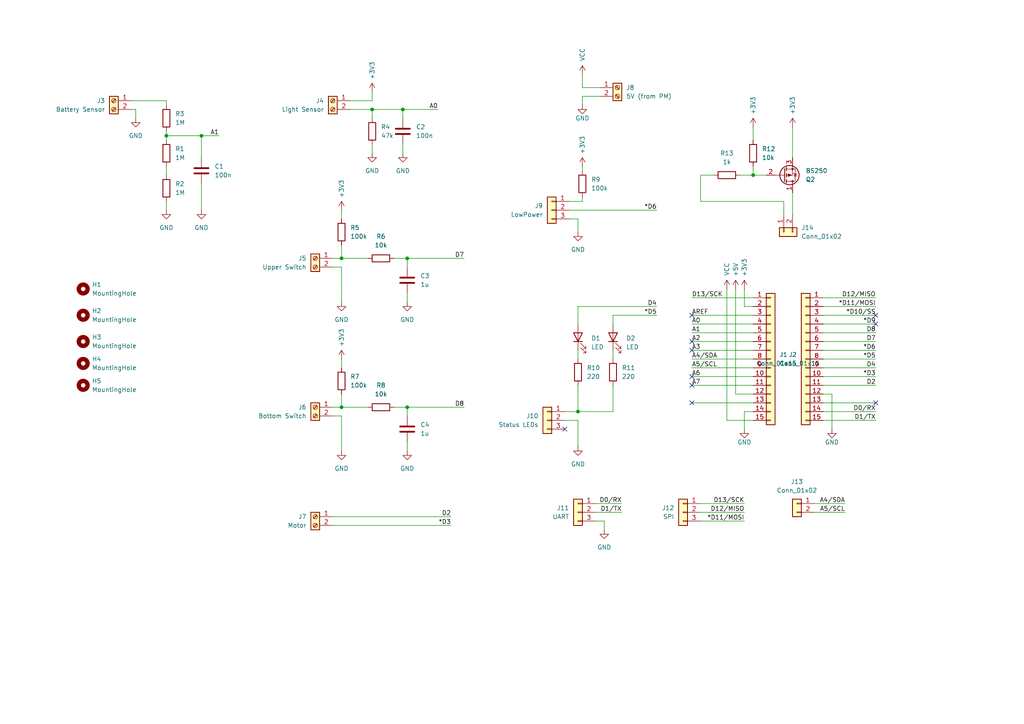
<source format=kicad_sch>
(kicad_sch (version 20250114) (generator "eeschema") (generator_version "9.0")
  (paper "A4")
  (title_block (date "sam. 04 avril 2015"))
  (lib_symbols
    (symbol "Connector:Screw_Terminal_01x02" (pin_names (offset 1.016) (hide yes))
      (property "Reference" "J" (at 0 2.54 0))
      (property "Value" "Screw_Terminal_01x02" (at 0 -5.08 0))
      (symbol "Screw_Terminal_01x02_1_1"
        (rectangle (start -1.27 1.27) (end 1.27 -3.81) (stroke (width 0.254)) (fill (type background)))
        (polyline (pts (xy -0.5334 0.3302) (xy 0.3302 -0.508)) (stroke (width 0.1524)))
        (polyline (pts (xy -0.5334 -2.2098) (xy 0.3302 -3.048)) (stroke (width 0.1524)))
        (polyline (pts (xy -0.3556 0.508) (xy 0.508 -0.3302)) (stroke (width 0.1524)))
        (polyline (pts (xy -0.3556 -2.032) (xy 0.508 -2.8702)) (stroke (width 0.1524)))
        (circle (center 0 0) (radius 0.635) (stroke (width 0.1524)))
        (circle (center 0 -2.54) (radius 0.635) (stroke (width 0.1524)))
        (pin passive line (at -5.08 0 0) (length 3.81) (name "Pin_1") (number "1"))
        (pin passive line (at -5.08 -2.54 0) (length 3.81) (name "Pin_2") (number "2"))
      )
    )
    (symbol "Connector_Generic:Conn_01x02" (pin_names (offset 1.016) (hide yes))
      (property "Reference" "J" (at 0 2.54 0))
      (property "Value" "Conn_01x02" (at 0 -5.08 0))
      (symbol "Conn_01x02_1_1"
        (rectangle (start -1.27 1.27) (end 1.27 -3.81) (stroke (width 0.254)) (fill (type background)))
        (rectangle (start -1.27 0.127) (end 0 -0.127) (stroke (width 0.1524)))
        (rectangle (start -1.27 -2.413) (end 0 -2.667) (stroke (width 0.1524)))
        (pin passive line (at -5.08 0 0) (length 3.81) (name "Pin_1") (number "1"))
        (pin passive line (at -5.08 -2.54 0) (length 3.81) (name "Pin_2") (number "2"))
      )
    )
    (symbol "Connector_Generic:Conn_01x03" (pin_names (offset 1.016) (hide yes))
      (property "Reference" "J" (at 0 5.08 0))
      (property "Value" "Conn_01x03" (at 0 -5.08 0))
      (symbol "Conn_01x03_1_1"
        (rectangle (start -1.27 3.81) (end 1.27 -3.81) (stroke (width 0.254)) (fill (type background)))
        (rectangle (start -1.27 2.667) (end 0 2.413) (stroke (width 0.1524)))
        (rectangle (start -1.27 0.127) (end 0 -0.127) (stroke (width 0.1524)))
        (rectangle (start -1.27 -2.413) (end 0 -2.667) (stroke (width 0.1524)))
        (pin passive line (at -5.08 2.54 0) (length 3.81) (name "Pin_1") (number "1"))
        (pin passive line (at -5.08 0 0) (length 3.81) (name "Pin_2") (number "2"))
        (pin passive line (at -5.08 -2.54 0) (length 3.81) (name "Pin_3") (number "3"))
      )
    )
    (symbol "Connector_Generic:Conn_01x15" (pin_names (offset 1.016) (hide yes))
      (property "Reference" "J" (at 0 20.32 0))
      (property "Value" "Conn_01x15" (at 0 -20.32 0))
      (symbol "Conn_01x15_1_1"
        (rectangle (start -1.27 19.05) (end 1.27 -19.05) (stroke (width 0.254)) (fill (type background)))
        (rectangle (start -1.27 17.907) (end 0 17.653) (stroke (width 0.1524)))
        (rectangle (start -1.27 15.367) (end 0 15.113) (stroke (width 0.1524)))
        (rectangle (start -1.27 12.827) (end 0 12.573) (stroke (width 0.1524)))
        (rectangle (start -1.27 10.287) (end 0 10.033) (stroke (width 0.1524)))
        (rectangle (start -1.27 7.747) (end 0 7.493) (stroke (width 0.1524)))
        (rectangle (start -1.27 5.207) (end 0 4.953) (stroke (width 0.1524)))
        (rectangle (start -1.27 2.667) (end 0 2.413) (stroke (width 0.1524)))
        (rectangle (start -1.27 0.127) (end 0 -0.127) (stroke (width 0.1524)))
        (rectangle (start -1.27 -2.413) (end 0 -2.667) (stroke (width 0.1524)))
        (rectangle (start -1.27 -4.953) (end 0 -5.207) (stroke (width 0.1524)))
        (rectangle (start -1.27 -7.493) (end 0 -7.747) (stroke (width 0.1524)))
        (rectangle (start -1.27 -10.033) (end 0 -10.287) (stroke (width 0.1524)))
        (rectangle (start -1.27 -12.573) (end 0 -12.827) (stroke (width 0.1524)))
        (rectangle (start -1.27 -15.113) (end 0 -15.367) (stroke (width 0.1524)))
        (rectangle (start -1.27 -17.653) (end 0 -17.907) (stroke (width 0.1524)))
        (pin passive line (at -5.08 17.78 0) (length 3.81) (name "Pin_1") (number "1"))
        (pin passive line (at -5.08 15.24 0) (length 3.81) (name "Pin_2") (number "2"))
        (pin passive line (at -5.08 12.7 0) (length 3.81) (name "Pin_3") (number "3"))
        (pin passive line (at -5.08 10.16 0) (length 3.81) (name "Pin_4") (number "4"))
        (pin passive line (at -5.08 7.62 0) (length 3.81) (name "Pin_5") (number "5"))
        (pin passive line (at -5.08 5.08 0) (length 3.81) (name "Pin_6") (number "6"))
        (pin passive line (at -5.08 2.54 0) (length 3.81) (name "Pin_7") (number "7"))
        (pin passive line (at -5.08 0 0) (length 3.81) (name "Pin_8") (number "8"))
        (pin passive line (at -5.08 -2.54 0) (length 3.81) (name "Pin_9") (number "9"))
        (pin passive line (at -5.08 -5.08 0) (length 3.81) (name "Pin_10") (number "10"))
        (pin passive line (at -5.08 -7.62 0) (length 3.81) (name "Pin_11") (number "11"))
        (pin passive line (at -5.08 -10.16 0) (length 3.81) (name "Pin_12") (number "12"))
        (pin passive line (at -5.08 -12.7 0) (length 3.81) (name "Pin_13") (number "13"))
        (pin passive line (at -5.08 -15.24 0) (length 3.81) (name "Pin_14") (number "14"))
        (pin passive line (at -5.08 -17.78 0) (length 3.81) (name "Pin_15") (number "15"))
      )
    )
    (symbol "Device:C" (pin_numbers (hide yes)) (pin_names (offset 0.254))
      (property "Reference" "C" (at 0.635 2.54 0))
      (property "Value" "C" (at 0.635 -2.54 0))
      (symbol "C_0_1"
        (polyline (pts (xy -2.032 0.762) (xy 2.032 0.762)) (stroke (width 0.508)))
        (polyline (pts (xy -2.032 -0.762) (xy 2.032 -0.762)) (stroke (width 0.508)))
      )
      (symbol "C_1_1"
        (pin passive line (at 0 3.81 270) (length 2.794) (name "~") (number "1"))
        (pin passive line (at 0 -3.81 90) (length 2.794) (name "~") (number "2"))
      )
    )
    (symbol "Device:LED" (pin_numbers (hide yes)) (pin_names (offset 1.016) (hide yes))
      (property "Reference" "D" (at 0 2.54 0))
      (property "Value" "LED" (at 0 -2.54 0))
      (symbol "LED_0_1"
        (polyline (pts (xy -3.048 -0.762) (xy -4.572 -2.286) (xy -3.81 -2.286) (xy -4.572 -2.286) (xy -4.572 -1.524)))
        (polyline (pts (xy -1.778 -0.762) (xy -3.302 -2.286) (xy -2.54 -2.286) (xy -3.302 -2.286) (xy -3.302 -1.524)))
        (polyline (pts (xy -1.27 0) (xy 1.27 0)))
        (polyline (pts (xy -1.27 -1.27) (xy -1.27 1.27)) (stroke (width 0.254)))
        (polyline (pts (xy 1.27 -1.27) (xy 1.27 1.27) (xy -1.27 0) (xy 1.27 -1.27)) (stroke (width 0.254)))
      )
      (symbol "LED_1_1"
        (pin passive line (at -3.81 0 0) (length 2.54) (name "K") (number "1"))
        (pin passive line (at 3.81 0 180) (length 2.54) (name "A") (number "2"))
      )
    )
    (symbol "Device:R" (pin_numbers (hide yes)) (pin_names (offset 0))
      (property "Reference" "R" (at 2.032 0 90))
      (property "Value" "R" (at 0 0 90))
      (symbol "R_0_1"
        (rectangle (start -1.016 -2.54) (end 1.016 2.54) (stroke (width 0.254)))
      )
      (symbol "R_1_1"
        (pin passive line (at 0 3.81 270) (length 1.27) (name "~") (number "1"))
        (pin passive line (at 0 -3.81 90) (length 1.27) (name "~") (number "2"))
      )
    )
    (symbol "Mechanical:MountingHole" (pin_names (offset 1.016)) (in_bom no)
      (property "Reference" "H" (at 0 5.08 0))
      (property "Value" "MountingHole" (at 0 3.175 0))
      (symbol "MountingHole_0_1"
        (circle (center 0 0) (radius 1.27) (stroke (width 1.27)))
      )
    )
    (symbol "Transistor_FET:BS250" (pin_names (hide yes))
      (property "Reference" "Q" (at 5.08 1.905 0))
      (property "Value" "BS250" (at 5.08 0 0))
      (symbol "BS250_0_1"
        (polyline (pts (xy 0.254 1.905) (xy 0.254 -1.905)) (stroke (width 0.254)))
        (polyline (pts (xy 0.254 0) (xy -2.54 0)))
        (polyline (pts (xy 0.762 2.286) (xy 0.762 1.27)) (stroke (width 0.254)))
        (polyline (pts (xy 0.762 1.778) (xy 3.302 1.778) (xy 3.302 -1.778) (xy 0.762 -1.778)))
        (polyline (pts (xy 0.762 0.508) (xy 0.762 -0.508)) (stroke (width 0.254)))
        (polyline (pts (xy 0.762 -1.27) (xy 0.762 -2.286)) (stroke (width 0.254)))
        (circle (center 1.651 0) (radius 2.794) (stroke (width 0.254)))
        (polyline (pts (xy 2.286 0) (xy 1.27 0.381) (xy 1.27 -0.381) (xy 2.286 0)) (fill (type outline)))
        (polyline (pts (xy 2.54 2.54) (xy 2.54 1.778)))
        (circle (center 2.54 1.778) (radius 0.254) (fill (type outline)))
        (circle (center 2.54 -1.778) (radius 0.254) (fill (type outline)))
        (polyline (pts (xy 2.54 -2.54) (xy 2.54 0) (xy 0.762 0)))
        (polyline (pts (xy 2.794 -0.508) (xy 2.921 -0.381) (xy 3.683 -0.381) (xy 3.81 -0.254)))
        (polyline (pts (xy 3.302 -0.381) (xy 2.921 0.254) (xy 3.683 0.254) (xy 3.302 -0.381)))
      )
      (symbol "BS250_1_1"
        (pin input line (at -5.08 0 0) (length 2.54) (name "G") (number "2"))
        (pin passive line (at 2.54 5.08 270) (length 2.54) (name "D") (number "1"))
        (pin passive line (at 2.54 -5.08 90) (length 2.54) (name "S") (number "3"))
      )
    )
    (symbol "power:+3.3V" (power) (pin_numbers (hide yes)) (pin_names (offset 0) (hide yes))
      (property "Value" "+3.3V" (at 0 3.556 0))
      (symbol "+3.3V_0_1"
        (polyline (pts (xy -0.762 1.27) (xy 0 2.54)))
        (polyline (pts (xy 0 2.54) (xy 0.762 1.27)))
        (polyline (pts (xy 0 0) (xy 0 2.54)))
      )
      (symbol "+3.3V_1_1"
        (pin power_in line (at 0 0 90) (length 0) (name "~") (number "1"))
      )
    )
    (symbol "power:+5V" (power) (pin_numbers (hide yes)) (pin_names (offset 0) (hide yes))
      (property "Value" "+5V" (at 0 3.556 0))
      (symbol "+5V_0_1"
        (polyline (pts (xy -0.762 1.27) (xy 0 2.54)))
        (polyline (pts (xy 0 2.54) (xy 0.762 1.27)))
        (polyline (pts (xy 0 0) (xy 0 2.54)))
      )
      (symbol "+5V_1_1"
        (pin power_in line (at 0 0 90) (length 0) (name "~") (number "1"))
      )
    )
    (symbol "power:GND" (power) (pin_numbers (hide yes)) (pin_names (offset 0) (hide yes))
      (property "Value" "GND" (at 0 -3.81 0))
      (symbol "GND_0_1"
        (polyline (pts (xy 0 0) (xy 0 -1.27) (xy 1.27 -1.27) (xy 0 -2.54) (xy -1.27 -1.27) (xy 0 -1.27)))
      )
      (symbol "GND_1_1"
        (pin power_in line (at 0 0 270) (length 0) (name "~") (number "1"))
      )
    )
    (symbol "power:VCC" (power) (pin_numbers (hide yes)) (pin_names (offset 0) (hide yes))
      (property "Value" "VCC" (at 0 3.556 0))
      (symbol "VCC_0_1"
        (polyline (pts (xy -0.762 1.27) (xy 0 2.54)))
        (polyline (pts (xy 0 2.54) (xy 0.762 1.27)))
        (polyline (pts (xy 0 0) (xy 0 2.54)))
      )
      (symbol "VCC_1_1"
        (pin power_in line (at 0 0 90) (length 0) (name "~") (number "1"))
      )
    )
  )
  (junction (at 118.11 74.93))
  (junction (at 99.06 118.11))
  (junction (at 99.06 74.93))
  (junction (at 107.95 31.75))
  (junction (at 118.11 118.11))
  (junction (at 48.26 39.37))
  (junction (at 116.84 31.75))
  (junction (at 167.64 119.38))
  (junction (at 218.44 50.8))
  (junction (at 58.42 39.37))
  (no_connect (at 254 91.44))
  (no_connect (at 254 116.84))
  (no_connect (at 200.66 91.44))
  (no_connect (at 200.66 111.76))
  (no_connect (at 254 93.98))
  (no_connect (at 163.83 124.46))
  (no_connect (at 200.66 99.06))
  (no_connect (at 200.66 116.84))
  (no_connect (at 200.66 109.22))
  (no_connect (at 200.66 101.6))
  (wire (pts (xy 99.06 118.11) (xy 106.68 118.11)))
  (wire (pts (xy 238.76 119.38) (xy 254 119.38)))
  (wire (pts (xy 38.1 29.21) (xy 48.26 29.21)))
  (wire (pts (xy 218.44 88.9) (xy 215.9 88.9)))
  (wire (pts (xy 218.44 50.8) (xy 222.25 50.8)))
  (wire (pts (xy 48.26 39.37) (xy 48.26 40.64)))
  (wire (pts (xy 167.64 93.98) (xy 167.64 88.9)))
  (wire (pts (xy 48.26 38.1) (xy 48.26 39.37)))
  (wire (pts (xy 175.26 153.67) (xy 175.26 151.13)))
  (wire (pts (xy 96.52 120.65) (xy 99.06 120.65)))
  (wire (pts (xy 118.11 128.27) (xy 118.11 130.81)))
  (wire (pts (xy 96.52 149.86) (xy 130.81 149.86)))
  (wire (pts (xy 99.06 74.93) (xy 99.06 71.12)))
  (wire (pts (xy 200.66 99.06) (xy 218.44 99.06)))
  (wire (pts (xy 116.84 34.29) (xy 116.84 31.75)))
  (wire (pts (xy 200.66 104.14) (xy 218.44 104.14)))
  (wire (pts (xy 39.37 34.29) (xy 39.37 31.75)))
  (wire (pts (xy 116.84 31.75) (xy 127 31.75)))
  (wire (pts (xy 213.36 83.82) (xy 213.36 114.3)))
  (wire (pts (xy 218.44 114.3) (xy 213.36 114.3)))
  (wire (pts (xy 229.87 55.88) (xy 229.87 62.23)))
  (wire (pts (xy 168.91 27.94) (xy 173.99 27.94)))
  (wire (pts (xy 163.83 119.38) (xy 167.64 119.38)))
  (wire (pts (xy 200.66 101.6) (xy 218.44 101.6)))
  (wire (pts (xy 238.76 91.44) (xy 254 91.44)))
  (wire (pts (xy 218.44 36.83) (xy 218.44 40.64)))
  (wire (pts (xy 218.44 48.26) (xy 218.44 50.8)))
  (wire (pts (xy 177.8 119.38) (xy 167.64 119.38)))
  (wire (pts (xy 175.26 151.13) (xy 172.72 151.13)))
  (wire (pts (xy 38.1 31.75) (xy 39.37 31.75)))
  (wire (pts (xy 58.42 39.37) (xy 63.5 39.37)))
  (wire (pts (xy 58.42 39.37) (xy 58.42 45.72)))
  (wire (pts (xy 116.84 41.91) (xy 116.84 44.45)))
  (wire (pts (xy 238.76 96.52) (xy 254 96.52)))
  (wire (pts (xy 236.22 146.05) (xy 245.11 146.05)))
  (wire (pts (xy 177.8 91.44) (xy 190.5 91.44)))
  (wire (pts (xy 238.76 99.06) (xy 254 99.06)))
  (wire (pts (xy 203.2 151.13) (xy 215.9 151.13)))
  (wire (pts (xy 203.2 148.59) (xy 215.9 148.59)))
  (wire (pts (xy 167.64 119.38) (xy 167.64 111.76)))
  (wire (pts (xy 99.06 87.63) (xy 99.06 77.47)))
  (wire (pts (xy 99.06 104.14) (xy 99.06 106.68)))
  (wire (pts (xy 107.95 29.21) (xy 107.95 26.67)))
  (wire (pts (xy 118.11 74.93) (xy 118.11 77.47)))
  (wire (pts (xy 177.8 101.6) (xy 177.8 104.14)))
  (wire (pts (xy 229.87 36.83) (xy 229.87 45.72)))
  (wire (pts (xy 238.76 111.76) (xy 254 111.76)))
  (wire (pts (xy 165.1 60.96) (xy 190.5 60.96)))
  (wire (pts (xy 214.63 50.8) (xy 218.44 50.8)))
  (wire (pts (xy 236.22 148.59) (xy 245.11 148.59)))
  (wire (pts (xy 118.11 85.09) (xy 118.11 87.63)))
  (wire (pts (xy 203.2 50.8) (xy 203.2 58.42)))
  (wire (pts (xy 168.91 21.59) (xy 168.91 25.4)))
  (wire (pts (xy 99.06 60.96) (xy 99.06 63.5)))
  (wire (pts (xy 167.64 63.5) (xy 167.64 67.31)))
  (wire (pts (xy 99.06 74.93) (xy 106.68 74.93)))
  (wire (pts (xy 172.72 148.59) (xy 180.34 148.59)))
  (wire (pts (xy 118.11 118.11) (xy 118.11 120.65)))
  (wire (pts (xy 177.8 93.98) (xy 177.8 91.44)))
  (wire (pts (xy 114.3 118.11) (xy 118.11 118.11)))
  (wire (pts (xy 200.66 91.44) (xy 218.44 91.44)))
  (wire (pts (xy 238.76 104.14) (xy 254 104.14)))
  (wire (pts (xy 114.3 74.93) (xy 118.11 74.93)))
  (wire (pts (xy 215.9 83.82) (xy 215.9 88.9)))
  (wire (pts (xy 238.76 114.3) (xy 241.3 114.3)))
  (wire (pts (xy 238.76 86.36) (xy 254 86.36)))
  (wire (pts (xy 210.82 83.82) (xy 210.82 121.92)))
  (wire (pts (xy 218.44 121.92) (xy 210.82 121.92)))
  (wire (pts (xy 200.66 116.84) (xy 218.44 116.84)))
  (wire (pts (xy 165.1 63.5) (xy 167.64 63.5)))
  (wire (pts (xy 238.76 101.6) (xy 254 101.6)))
  (wire (pts (xy 238.76 106.68) (xy 254 106.68)))
  (wire (pts (xy 48.26 48.26) (xy 48.26 50.8)))
  (wire (pts (xy 203.2 58.42) (xy 227.33 58.42)))
  (wire (pts (xy 118.11 74.93) (xy 134.62 74.93)))
  (wire (pts (xy 200.66 93.98) (xy 218.44 93.98)))
  (wire (pts (xy 96.52 74.93) (xy 99.06 74.93)))
  (wire (pts (xy 167.64 88.9) (xy 190.5 88.9)))
  (wire (pts (xy 48.26 39.37) (xy 58.42 39.37)))
  (wire (pts (xy 167.64 101.6) (xy 167.64 104.14)))
  (wire (pts (xy 107.95 31.75) (xy 107.95 34.29)))
  (wire (pts (xy 101.6 29.21) (xy 107.95 29.21)))
  (wire (pts (xy 48.26 58.42) (xy 48.26 60.96)))
  (wire (pts (xy 200.66 86.36) (xy 218.44 86.36)))
  (wire (pts (xy 238.76 109.22) (xy 254 109.22)))
  (wire (pts (xy 118.11 118.11) (xy 134.62 118.11)))
  (wire (pts (xy 48.26 29.21) (xy 48.26 30.48)))
  (wire (pts (xy 203.2 146.05) (xy 215.9 146.05)))
  (wire (pts (xy 163.83 121.92) (xy 167.64 121.92)))
  (wire (pts (xy 200.66 111.76) (xy 218.44 111.76)))
  (wire (pts (xy 96.52 118.11) (xy 99.06 118.11)))
  (wire (pts (xy 200.66 106.68) (xy 218.44 106.68)))
  (wire (pts (xy 101.6 31.75) (xy 107.95 31.75)))
  (wire (pts (xy 177.8 111.76) (xy 177.8 119.38)))
  (wire (pts (xy 107.95 41.91) (xy 107.95 44.45)))
  (wire (pts (xy 99.06 130.81) (xy 99.06 120.65)))
  (wire (pts (xy 238.76 93.98) (xy 254 93.98)))
  (wire (pts (xy 238.76 116.84) (xy 254 116.84)))
  (wire (pts (xy 241.3 114.3) (xy 241.3 124.46)))
  (wire (pts (xy 203.2 50.8) (xy 207.01 50.8)))
  (wire (pts (xy 99.06 118.11) (xy 99.06 114.3)))
  (wire (pts (xy 238.76 121.92) (xy 254 121.92)))
  (wire (pts (xy 227.33 58.42) (xy 227.33 62.23)))
  (wire (pts (xy 168.91 58.42) (xy 168.91 57.15)))
  (wire (pts (xy 165.1 58.42) (xy 168.91 58.42)))
  (wire (pts (xy 200.66 109.22) (xy 218.44 109.22)))
  (wire (pts (xy 168.91 25.4) (xy 173.99 25.4)))
  (wire (pts (xy 168.91 27.94) (xy 168.91 30.48)))
  (wire (pts (xy 172.72 146.05) (xy 180.34 146.05)))
  (wire (pts (xy 167.64 121.92) (xy 167.64 129.54)))
  (wire (pts (xy 215.9 119.38) (xy 215.9 124.46)))
  (wire (pts (xy 218.44 119.38) (xy 215.9 119.38)))
  (wire (pts (xy 96.52 152.4) (xy 130.81 152.4)))
  (wire (pts (xy 107.95 31.75) (xy 116.84 31.75)))
  (wire (pts (xy 200.66 96.52) (xy 218.44 96.52)))
  (wire (pts (xy 58.42 53.34) (xy 58.42 60.96)))
  (wire (pts (xy 238.76 88.9) (xy 254 88.9)))
  (wire (pts (xy 96.52 77.47) (xy 99.06 77.47)))
  (wire (pts (xy 168.91 48.26) (xy 168.91 49.53)))
  (label "D4" (at 254 106.68 180))
  (label "D7" (at 134.62 74.93 180))
  (label "D1{slash}TX" (at 180.34 148.59 180))
  (label "D0{slash}RX" (at 180.34 146.05 180))
  (label "D13{slash}SCK" (at 215.9 146.05 180))
  (label "*D5" (at 254 104.14 180))
  (label "A2" (at 200.66 99.06 0))
  (label "D7" (at 254 99.06 180))
  (label "*D11/MOSI" (at 215.9 151.13 180))
  (label "D13{slash}SCK" (at 200.66 86.36 0))
  (label "A7" (at 200.66 111.76 0))
  (label "*D6" (at 254 101.6 180))
  (label "D12/MISO" (at 215.9 148.59 180))
  (label "*D11{slash}MOSI" (at 254 88.9 180))
  (label "A1" (at 200.66 96.52 0))
  (label "A4/SDA" (at 245.11 146.05 180))
  (label "*D5" (at 190.5 91.44 180))
  (label "A4{slash}SDA" (at 200.66 104.14 0))
  (label "A5{slash}SCL" (at 200.66 106.68 0))
  (label "A3" (at 200.66 101.6 0))
  (label "*D3" (at 130.81 152.4 180))
  (label "A6" (at 200.66 109.22 0))
  (label "D2" (at 130.81 149.86 180))
  (label "A0" (at 200.66 93.98 0))
  (label "*D9" (at 254 93.98 180))
  (label "*D3" (at 254 109.22 180))
  (label "A0" (at 127 31.75 180))
  (label "A1" (at 63.5 39.37 180))
  (label "D8" (at 134.62 118.11 180))
  (label "D2" (at 254 111.76 180))
  (label "D8" (at 254 96.52 180))
  (label "D1{slash}TX" (at 254 121.92 180))
  (label "D0{slash}RX" (at 254 119.38 180))
  (label "D4" (at 190.5 88.9 180))
  (label "*D6" (at 190.5 60.96 180))
  (label "AREF" (at 200.66 91.44 0))
  (label "*D10{slash}SS" (at 254 91.44 180))
  (label "A5{slash}SCL" (at 245.11 148.59 180))
  (label "D12{slash}MISO" (at 254 86.36 180))
  (symbol (lib_id "power:GND") (at 99.06 87.63 0) (unit 1)
    (property "Reference" "#PWR06" (effects (hide yes)))
    (property "Value" "GND" (at 99.06 92.71 0))
    (property "Description" "Power symbol creates a global label with name \"GND\" , ground" (effects (hide yes)))
  )
  (symbol (lib_id "power:GND") (at 99.06 130.81 0) (unit 1)
    (property "Reference" "#PWR08" (effects (hide yes)))
    (property "Value" "GND" (at 99.06 135.89 0))
    (property "Description" "Power symbol creates a global label with name \"GND\" , ground" (effects (hide yes)))
  )
  (symbol (lib_id "Connector_Generic:Conn_01x02") (at 231.14 146.05 0) (mirror y) (unit 1)
    (property "Reference" "J13" (at 231.14 139.7 0))
    (property "Value" "Conn_01x02" (at 231.14 142.24 0))
    (property "Footprint" "Connector_PinHeader_2.54mm:PinHeader_1x02_P2.54mm_Vertical" (effects (hide yes)))
    (property "Description" "Generic connector, single row, 01x02, script generated (kicad-library-utils/schlib/autogen/connector/)" (effects (hide yes)))
  )
  (symbol (lib_id "Device:R") (at 110.49 118.11 90) (unit 1)
    (property "Reference" "R8" (at 110.49 111.76 90))
    (property "Value" "10k" (at 110.49 114.3 90))
    (property "Footprint" "Resistor_THT:R_Axial_DIN0207_L6.3mm_D2.5mm_P10.16mm_Horizontal" (effects (hide yes)))
    (property "Description" "Resistor" (effects (hide yes)))
  )
  (symbol (lib_id "Transistor_FET:BS250") (at 227.33 50.8 0) (mirror x) (unit 1)
    (property "Reference" "Q2" (at 233.68 52.0701 0) (effects (justify left)))
    (property "Value" "BS250" (at 233.68 49.5301 0) (effects (justify left)))
    (property "Footprint" "Package_TO_SOT_THT:TO-92_Inline" (effects (hide yes)))
    (property "Datasheet" "http://www.vishay.com/docs/70209/70209.pdf" (effects (hide yes)))
    (property "Description" "-0.18A Id, -45V Vds, P-Channel MOSFET, TO-92" (effects (hide yes)))
  )
  (symbol (lib_id "Connector_Generic:Conn_01x15") (at 223.52 104.14 0) (unit 1)
    (property "Reference" "J1" (at 226.06 102.8699 0) (effects (justify left)))
    (property "Value" "Conn_01x15" (at 226.06 105.4099 0) (effects (justify left)))
    (property "Footprint" "Connector_PinHeader_2.54mm:PinHeader_1x15_P2.54mm_Vertical" (effects (hide yes)))
    (property "Description" "Generic connector, single row, 01x15, script generated (kicad-library-utils/schlib/autogen/connector/)" (effects (hide yes)))
  )
  (symbol (lib_id "power:GND") (at 167.64 129.54 0) (unit 1)
    (property "Reference" "#PWR011" (effects (hide yes)))
    (property "Value" "GND" (at 167.64 134.62 0))
    (property "Description" "Power symbol creates a global label with name \"GND\" , ground" (effects (hide yes)))
  )
  (symbol (lib_id "Device:C") (at 118.11 81.28 0) (unit 1)
    (property "Reference" "C3" (at 121.92 80.0099 0) (effects (justify left)))
    (property "Value" "1u" (at 121.92 82.5499 0) (effects (justify left)))
    (property "Footprint" "Capacitor_THT:C_Disc_D4.3mm_W1.9mm_P5.00mm" (effects (hide yes)))
    (property "Description" "Unpolarized capacitor" (effects (hide yes)))
  )
  (symbol (lib_id "Mechanical:MountingHole") (at 24.13 111.76 0) (unit 1) (in_bom no)
    (property "Reference" "H5" (at 26.67 110.4899 0) (effects (justify left)))
    (property "Value" "MountingHole" (at 26.67 113.0299 0) (effects (justify left)))
    (property "Footprint" "MountingHole:MountingHole_3.2mm_M3" (effects (hide yes)))
    (property "Description" "Mounting Hole without connection" (effects (hide yes)))
  )
  (symbol (lib_id "Device:R") (at 99.06 67.31 0) (unit 1)
    (property "Reference" "R5" (at 101.6 66.0399 0) (effects (justify left)))
    (property "Value" "100k" (at 101.6 68.5799 0) (effects (justify left)))
    (property "Footprint" "Resistor_THT:R_Axial_DIN0207_L6.3mm_D2.5mm_P10.16mm_Horizontal" (effects (hide yes)))
    (property "Description" "Resistor" (effects (hide yes)))
  )
  (symbol (lib_id "power:GND") (at 167.64 67.31 0) (unit 1)
    (property "Reference" "#PWR010" (effects (hide yes)))
    (property "Value" "GND" (at 167.64 72.39 0))
    (property "Description" "Power symbol creates a global label with name \"GND\" , ground" (effects (hide yes)))
  )
  (symbol (lib_id "Device:R") (at 218.44 44.45 0) (unit 1)
    (property "Reference" "R12" (at 220.98 43.1799 0) (effects (justify left)))
    (property "Value" "10k" (at 220.98 45.7199 0) (effects (justify left)))
    (property "Footprint" "Resistor_THT:R_Axial_DIN0207_L6.3mm_D2.5mm_P10.16mm_Horizontal" (effects (hide yes)))
    (property "Description" "Resistor" (effects (hide yes)))
  )
  (symbol (lib_id "Connector:Screw_Terminal_01x02") (at 91.44 74.93 0) (mirror y) (unit 1)
    (property "Reference" "J5" (at 88.9 74.9299 0) (effects (justify left)))
    (property "Value" "Upper Switch" (at 88.9 77.4699 0) (effects (justify left)))
    (property "Footprint" "TerminalBlock:TerminalBlock_bornier-2_P5.08mm" (effects (hide yes)))
    (property "Description" "Generic screw terminal, single row, 01x02, script generated (kicad-library-utils/schlib/autogen/connector/)" (effects (hide yes)))
  )
  (symbol (lib_id "power:+3.3V") (at 168.91 48.26 0) (unit 1)
    (property "Reference" "#PWR0111" (effects (hide yes)))
    (property "Value" "+3V3" (at 168.91 44.704 90) (effects (justify left)))
    (property "Description" "Power symbol creates a global label with name \"+3.3V\"" (effects (hide yes)))
  )
  (symbol (lib_id "Mechanical:MountingHole") (at 24.13 99.06 0) (unit 1) (in_bom no)
    (property "Reference" "H3" (at 26.67 97.7899 0) (effects (justify left)))
    (property "Value" "MountingHole" (at 26.67 100.3299 0) (effects (justify left)))
    (property "Footprint" "MountingHole:MountingHole_3.2mm_M3" (effects (hide yes)))
    (property "Description" "Mounting Hole without connection" (effects (hide yes)))
  )
  (symbol (lib_id "power:GND") (at 175.26 153.67 0) (unit 1)
    (property "Reference" "#PWR012" (effects (hide yes)))
    (property "Value" "GND" (at 175.26 158.75 0))
    (property "Description" "Power symbol creates a global label with name \"GND\" , ground" (effects (hide yes)))
  )
  (symbol (lib_id "Device:R") (at 48.26 34.29 0) (unit 1)
    (property "Reference" "R3" (at 50.8 33.0199 0) (effects (justify left)))
    (property "Value" "1M" (at 50.8 35.5599 0) (effects (justify left)))
    (property "Footprint" "Resistor_THT:R_Axial_DIN0207_L6.3mm_D2.5mm_P10.16mm_Horizontal" (effects (hide yes)))
    (property "Description" "Resistor" (effects (hide yes)))
  )
  (symbol (lib_id "power:GND") (at 39.37 34.29 0) (unit 1)
    (property "Reference" "#PWR01" (effects (hide yes)))
    (property "Value" "GND" (at 39.37 39.37 0))
    (property "Description" "Power symbol creates a global label with name \"GND\" , ground" (effects (hide yes)))
  )
  (symbol (lib_id "power:GND") (at 118.11 87.63 0) (unit 1)
    (property "Reference" "#PWR07" (effects (hide yes)))
    (property "Value" "GND" (at 118.11 92.71 0))
    (property "Description" "Power symbol creates a global label with name \"GND\" , ground" (effects (hide yes)))
  )
  (symbol (lib_id "power:+3.3V") (at 229.87 36.83 0) (unit 1)
    (property "Reference" "#PWR0113" (effects (hide yes)))
    (property "Value" "+3V3" (at 229.87 33.274 90) (effects (justify left)))
    (property "Description" "Power symbol creates a global label with name \"+3.3V\"" (effects (hide yes)))
  )
  (symbol (lib_id "Device:LED") (at 177.8 97.79 90) (unit 1)
    (property "Reference" "D2" (at 181.61 98.1074 90) (effects (justify right)))
    (property "Value" "LED" (at 181.61 100.6474 90) (effects (justify right)))
    (property "Footprint" "LED_THT:LED_D3.0mm" (effects (hide yes)))
    (property "Description" "Light emitting diode" (effects (hide yes)))
    (property "Sim.Pins" "1=K 2=A" (effects (hide yes)))
  )
  (symbol (lib_id "power:GND") (at 107.95 44.45 0) (unit 1)
    (property "Reference" "#PWR04" (effects (hide yes)))
    (property "Value" "GND" (at 107.95 49.53 0))
    (property "Description" "Power symbol creates a global label with name \"GND\" , ground" (effects (hide yes)))
  )
  (symbol (lib_id "Connector_Generic:Conn_01x02") (at 227.33 67.31 90) (mirror x) (unit 1)
    (property "Reference" "J14" (at 232.41 66.0399 90) (effects (justify right)))
    (property "Value" "Conn_01x02" (at 232.41 68.5799 90) (effects (justify right)))
    (property "Footprint" "Connector_PinHeader_2.54mm:PinHeader_1x02_P2.54mm_Vertical" (effects (hide yes)))
    (property "Description" "Generic connector, single row, 01x02, script generated (kicad-library-utils/schlib/autogen/connector/)" (effects (hide yes)))
  )
  (symbol (lib_id "power:VCC") (at 168.91 21.59 0) (unit 1)
    (property "Reference" "#PWR0107" (effects (hide yes)))
    (property "Value" "VCC" (at 168.91 17.78 90) (effects (justify left)))
    (property "Description" "Power symbol creates a global label with name \"VCC\"" (effects (hide yes)))
  )
  (symbol (lib_id "Device:R") (at 167.64 107.95 0) (unit 1)
    (property "Reference" "R10" (at 170.18 106.6799 0) (effects (justify left)))
    (property "Value" "220" (at 170.18 109.2199 0) (effects (justify left)))
    (property "Footprint" "Resistor_THT:R_Axial_DIN0207_L6.3mm_D2.5mm_P10.16mm_Horizontal" (effects (hide yes)))
    (property "Description" "Resistor" (effects (hide yes)))
  )
  (symbol (lib_id "Device:C") (at 116.84 38.1 0) (unit 1)
    (property "Reference" "C2" (at 120.65 36.8299 0) (effects (justify left)))
    (property "Value" "100n" (at 120.65 39.3699 0) (effects (justify left)))
    (property "Footprint" "Capacitor_THT:C_Disc_D4.3mm_W1.9mm_P5.00mm" (effects (hide yes)))
    (property "Description" "Unpolarized capacitor" (effects (hide yes)))
  )
  (symbol (lib_id "Connector:Screw_Terminal_01x02") (at 179.07 25.4 0) (unit 1)
    (property "Reference" "J8" (at 181.61 25.3999 0) (effects (justify left)))
    (property "Value" "5V (from PM)" (at 181.61 27.9399 0) (effects (justify left)))
    (property "Footprint" "TerminalBlock:TerminalBlock_bornier-2_P5.08mm" (effects (hide yes)))
    (property "Description" "Generic screw terminal, single row, 01x02, script generated (kicad-library-utils/schlib/autogen/connector/)" (effects (hide yes)))
  )
  (symbol (lib_id "Mechanical:MountingHole") (at 24.13 91.44 0) (unit 1) (in_bom no)
    (property "Reference" "H2" (at 26.67 90.1699 0) (effects (justify left)))
    (property "Value" "MountingHole" (at 26.67 92.7099 0) (effects (justify left)))
    (property "Footprint" "MountingHole:MountingHole_3.2mm_M3" (effects (hide yes)))
    (property "Description" "Mounting Hole without connection" (effects (hide yes)))
  )
  (symbol (lib_id "Connector_Generic:Conn_01x03") (at 198.12 148.59 0) (mirror y) (unit 1)
    (property "Reference" "J12" (at 195.58 147.3199 0) (effects (justify left)))
    (property "Value" "SPI" (at 195.58 149.8599 0) (effects (justify left)))
    (property "Footprint" "Connector_PinHeader_2.54mm:PinHeader_1x03_P2.54mm_Vertical" (effects (hide yes)))
    (property "Description" "Generic connector, single row, 01x03, script generated (kicad-library-utils/schlib/autogen/connector/)" (effects (hide yes)))
  )
  (symbol (lib_id "Connector:Screw_Terminal_01x02") (at 33.02 29.21 0) (mirror y) (unit 1)
    (property "Reference" "J3" (at 30.48 29.2099 0) (effects (justify left)))
    (property "Value" "Battery Sensor" (at 30.48 31.7499 0) (effects (justify left)))
    (property "Footprint" "TerminalBlock:TerminalBlock_bornier-2_P5.08mm" (effects (hide yes)))
    (property "Description" "Generic screw terminal, single row, 01x02, script generated (kicad-library-utils/schlib/autogen/connector/)" (effects (hide yes)))
  )
  (symbol (lib_id "power:GND") (at 58.42 60.96 0) (unit 1)
    (property "Reference" "#PWR03" (effects (hide yes)))
    (property "Value" "GND" (at 58.42 66.04 0))
    (property "Description" "Power symbol creates a global label with name \"GND\" , ground" (effects (hide yes)))
  )
  (symbol (lib_id "power:+5V") (at 213.36 83.82 0) (unit 1)
    (property "Reference" "#PWR0103" (effects (hide yes)))
    (property "Value" "+5V" (at 213.36 80.264 90) (effects (justify left)))
    (property "Description" "Power symbol creates a global label with name \"+5V\"" (effects (hide yes)))
  )
  (symbol (lib_id "Device:R") (at 168.91 53.34 0) (unit 1)
    (property "Reference" "R9" (at 171.45 52.0699 0) (effects (justify left)))
    (property "Value" "100k" (at 171.45 54.6099 0) (effects (justify left)))
    (property "Footprint" "Resistor_THT:R_Axial_DIN0207_L6.3mm_D2.5mm_P10.16mm_Horizontal" (effects (hide yes)))
    (property "Description" "Resistor" (effects (hide yes)))
  )
  (symbol (lib_id "power:+3.3V") (at 215.9 83.82 0) (unit 1)
    (property "Reference" "#PWR0102" (effects (hide yes)))
    (property "Value" "+3V3" (at 215.9 80.264 90) (effects (justify left)))
    (property "Description" "Power symbol creates a global label with name \"+3.3V\"" (effects (hide yes)))
  )
  (symbol (lib_id "Device:R") (at 48.26 54.61 0) (unit 1)
    (property "Reference" "R2" (at 50.8 53.3399 0) (effects (justify left)))
    (property "Value" "1M" (at 50.8 55.8799 0) (effects (justify left)))
    (property "Footprint" "Resistor_THT:R_Axial_DIN0207_L6.3mm_D2.5mm_P10.16mm_Horizontal" (effects (hide yes)))
    (property "Description" "Resistor" (effects (hide yes)))
  )
  (symbol (lib_id "Connector_Generic:Conn_01x03") (at 167.64 148.59 0) (mirror y) (unit 1)
    (property "Reference" "J11" (at 165.1 147.3199 0) (effects (justify left)))
    (property "Value" "UART" (at 165.1 149.8599 0) (effects (justify left)))
    (property "Footprint" "Connector_PinHeader_2.54mm:PinHeader_1x03_P2.54mm_Vertical" (effects (hide yes)))
    (property "Description" "Generic connector, single row, 01x03, script generated (kicad-library-utils/schlib/autogen/connector/)" (effects (hide yes)))
  )
  (symbol (lib_id "Device:R") (at 107.95 38.1 0) (unit 1)
    (property "Reference" "R4" (at 110.49 36.8299 0) (effects (justify left)))
    (property "Value" "47k" (at 110.49 39.3699 0) (effects (justify left)))
    (property "Footprint" "Resistor_THT:R_Axial_DIN0207_L6.3mm_D2.5mm_P10.16mm_Horizontal" (effects (hide yes)))
    (property "Description" "Resistor" (effects (hide yes)))
  )
  (symbol (lib_id "power:VCC") (at 210.82 83.82 0) (unit 1)
    (property "Reference" "#PWR0101" (effects (hide yes)))
    (property "Value" "VCC" (at 210.82 80.01 90) (effects (justify left)))
    (property "Description" "Power symbol creates a global label with name \"VCC\"" (effects (hide yes)))
  )
  (symbol (lib_id "Device:C") (at 118.11 124.46 0) (unit 1)
    (property "Reference" "C4" (at 121.92 123.1899 0) (effects (justify left)))
    (property "Value" "1u" (at 121.92 125.7299 0) (effects (justify left)))
    (property "Footprint" "Capacitor_THT:C_Disc_D4.3mm_W1.9mm_P5.00mm" (effects (hide yes)))
    (property "Description" "Unpolarized capacitor" (effects (hide yes)))
  )
  (symbol (lib_id "power:+3.3V") (at 99.06 104.14 0) (unit 1)
    (property "Reference" "#PWR0110" (effects (hide yes)))
    (property "Value" "+3V3" (at 99.06 100.584 90) (effects (justify left)))
    (property "Description" "Power symbol creates a global label with name \"+3.3V\"" (effects (hide yes)))
  )
  (symbol (lib_id "Connector_Generic:Conn_01x03") (at 158.75 121.92 0) (mirror y) (unit 1)
    (property "Reference" "J10" (at 156.21 120.6499 0) (effects (justify left)))
    (property "Value" "Status LEDs" (at 156.21 123.1899 0) (effects (justify left)))
    (property "Footprint" "Connector_PinHeader_2.54mm:PinHeader_1x03_P2.54mm_Vertical" (effects (hide yes)))
    (property "Description" "Generic connector, single row, 01x03, script generated (kicad-library-utils/schlib/autogen/connector/)" (effects (hide yes)))
  )
  (symbol (lib_id "power:GND") (at 48.26 60.96 0) (unit 1)
    (property "Reference" "#PWR02" (effects (hide yes)))
    (property "Value" "GND" (at 48.26 66.04 0))
    (property "Description" "Power symbol creates a global label with name \"GND\" , ground" (effects (hide yes)))
  )
  (symbol (lib_id "Device:R") (at 99.06 110.49 0) (unit 1)
    (property "Reference" "R7" (at 101.6 109.2199 0) (effects (justify left)))
    (property "Value" "100k" (at 101.6 111.7599 0) (effects (justify left)))
    (property "Footprint" "Resistor_THT:R_Axial_DIN0207_L6.3mm_D2.5mm_P10.16mm_Horizontal" (effects (hide yes)))
    (property "Description" "Resistor" (effects (hide yes)))
  )
  (symbol (lib_id "power:+3.3V") (at 107.95 26.67 0) (unit 1)
    (property "Reference" "#PWR0108" (effects (hide yes)))
    (property "Value" "+3V3" (at 107.95 23.114 90) (effects (justify left)))
    (property "Description" "Power symbol creates a global label with name \"+3.3V\"" (effects (hide yes)))
  )
  (symbol (lib_id "power:GND") (at 241.3 124.46 0) (unit 1)
    (property "Reference" "#PWR0105" (effects (hide yes)))
    (property "Value" "GND" (at 241.3 128.27 0))
    (property "Description" "Power symbol creates a global label with name \"GND\" , ground" (effects (hide yes)))
  )
  (symbol (lib_id "power:+3.3V") (at 99.06 60.96 0) (unit 1)
    (property "Reference" "#PWR0109" (effects (hide yes)))
    (property "Value" "+3V3" (at 99.06 57.404 90) (effects (justify left)))
    (property "Description" "Power symbol creates a global label with name \"+3.3V\"" (effects (hide yes)))
  )
  (symbol (lib_id "Device:R") (at 177.8 107.95 0) (unit 1)
    (property "Reference" "R11" (at 180.34 106.6799 0) (effects (justify left)))
    (property "Value" "220" (at 180.34 109.2199 0) (effects (justify left)))
    (property "Footprint" "Resistor_THT:R_Axial_DIN0207_L6.3mm_D2.5mm_P10.16mm_Horizontal" (effects (hide yes)))
    (property "Description" "Resistor" (effects (hide yes)))
  )
  (symbol (lib_id "Device:C") (at 58.42 49.53 0) (unit 1)
    (property "Reference" "C1" (at 62.23 48.2599 0) (effects (justify left)))
    (property "Value" "100n" (at 62.23 50.7999 0) (effects (justify left)))
    (property "Footprint" "Capacitor_THT:C_Disc_D4.3mm_W1.9mm_P5.00mm" (effects (hide yes)))
    (property "Description" "Unpolarized capacitor" (effects (hide yes)))
  )
  (symbol (lib_id "power:GND") (at 116.84 44.45 0) (unit 1)
    (property "Reference" "#PWR05" (effects (hide yes)))
    (property "Value" "GND" (at 116.84 49.53 0))
    (property "Description" "Power symbol creates a global label with name \"GND\" , ground" (effects (hide yes)))
  )
  (symbol (lib_id "Device:R") (at 48.26 44.45 0) (unit 1)
    (property "Reference" "R1" (at 50.8 43.1799 0) (effects (justify left)))
    (property "Value" "1M" (at 50.8 45.7199 0) (effects (justify left)))
    (property "Footprint" "Resistor_THT:R_Axial_DIN0207_L6.3mm_D2.5mm_P10.16mm_Horizontal" (effects (hide yes)))
    (property "Description" "Resistor" (effects (hide yes)))
  )
  (symbol (lib_id "Mechanical:MountingHole") (at 24.13 83.82 0) (unit 1) (in_bom no)
    (property "Reference" "H1" (at 26.67 82.5499 0) (effects (justify left)))
    (property "Value" "MountingHole" (at 26.67 85.0899 0) (effects (justify left)))
    (property "Footprint" "MountingHole:MountingHole_3.2mm_M3" (effects (hide yes)))
    (property "Description" "Mounting Hole without connection" (effects (hide yes)))
  )
  (symbol (lib_id "power:GND") (at 118.11 130.81 0) (unit 1)
    (property "Reference" "#PWR09" (effects (hide yes)))
    (property "Value" "GND" (at 118.11 135.89 0))
    (property "Description" "Power symbol creates a global label with name \"GND\" , ground" (effects (hide yes)))
  )
  (symbol (lib_id "power:GND") (at 168.91 30.48 0) (unit 1)
    (property "Reference" "#PWR0106" (effects (hide yes)))
    (property "Value" "GND" (at 168.91 34.29 0))
    (property "Description" "Power symbol creates a global label with name \"GND\" , ground" (effects (hide yes)))
  )
  (symbol (lib_id "Device:R") (at 110.49 74.93 90) (unit 1)
    (property "Reference" "R6" (at 110.49 68.58 90))
    (property "Value" "10k" (at 110.49 71.12 90))
    (property "Footprint" "Resistor_THT:R_Axial_DIN0207_L6.3mm_D2.5mm_P10.16mm_Horizontal" (effects (hide yes)))
    (property "Description" "Resistor" (effects (hide yes)))
  )
  (symbol (lib_id "power:GND") (at 215.9 124.46 0) (unit 1)
    (property "Reference" "#PWR0104" (effects (hide yes)))
    (property "Value" "GND" (at 215.9 128.27 0))
    (property "Description" "Power symbol creates a global label with name \"GND\" , ground" (effects (hide yes)))
  )
  (symbol (lib_id "power:+3.3V") (at 218.44 36.83 0) (unit 1)
    (property "Reference" "#PWR0112" (effects (hide yes)))
    (property "Value" "+3V3" (at 218.44 33.274 90) (effects (justify left)))
    (property "Description" "Power symbol creates a global label with name \"+3.3V\"" (effects (hide yes)))
  )
  (symbol (lib_id "Device:R") (at 210.82 50.8 90) (unit 1)
    (property "Reference" "R13" (at 210.82 44.45 90))
    (property "Value" "1k" (at 210.82 46.99 90))
    (property "Footprint" "Resistor_THT:R_Axial_DIN0207_L6.3mm_D2.5mm_P10.16mm_Horizontal" (effects (hide yes)))
    (property "Description" "Resistor" (effects (hide yes)))
  )
  (symbol (lib_id "Device:LED") (at 167.64 97.79 90) (unit 1)
    (property "Reference" "D1" (at 171.45 98.1074 90) (effects (justify right)))
    (property "Value" "LED" (at 171.45 100.6474 90) (effects (justify right)))
    (property "Footprint" "LED_THT:LED_D3.0mm" (effects (hide yes)))
    (property "Description" "Light emitting diode" (effects (hide yes)))
    (property "Sim.Pins" "1=K 2=A" (effects (hide yes)))
  )
  (symbol (lib_id "Connector_Generic:Conn_01x03") (at 160.02 60.96 0) (mirror y) (unit 1)
    (property "Reference" "J9" (at 157.48 59.6899 0) (effects (justify left)))
    (property "Value" "LowPower" (at 157.48 62.2299 0) (effects (justify left)))
    (property "Footprint" "Connector_PinHeader_2.54mm:PinHeader_1x03_P2.54mm_Vertical" (effects (hide yes)))
    (property "Description" "Generic connector, single row, 01x03, script generated (kicad-library-utils/schlib/autogen/connector/)" (effects (hide yes)))
  )
  (symbol (lib_id "Connector:Screw_Terminal_01x02") (at 96.52 29.21 0) (mirror y) (unit 1)
    (property "Reference" "J4" (at 93.98 29.2099 0) (effects (justify left)))
    (property "Value" "Light Sensor" (at 93.98 31.7499 0) (effects (justify left)))
    (property "Footprint" "TerminalBlock:TerminalBlock_bornier-2_P5.08mm" (effects (hide yes)))
    (property "Description" "Generic screw terminal, single row, 01x02, script generated (kicad-library-utils/schlib/autogen/connector/)" (effects (hide yes)))
  )
  (symbol (lib_id "Connector:Screw_Terminal_01x02") (at 91.44 149.86 0) (mirror y) (unit 1)
    (property "Reference" "J7" (at 88.9 149.8599 0) (effects (justify left)))
    (property "Value" "Motor" (at 88.9 152.3999 0) (effects (justify left)))
    (property "Footprint" "TerminalBlock:TerminalBlock_bornier-2_P5.08mm" (effects (hide yes)))
    (property "Description" "Generic screw terminal, single row, 01x02, script generated (kicad-library-utils/schlib/autogen/connector/)" (effects (hide yes)))
  )
  (symbol (lib_id "Connector_Generic:Conn_01x15") (at 233.68 104.14 0) (mirror y) (unit 1)
    (property "Reference" "J2" (at 231.14 102.8699 0) (effects (justify left)))
    (property "Value" "Conn_01x15" (at 231.14 105.4099 0) (effects (justify left)))
    (property "Footprint" "Connector_PinHeader_2.54mm:PinHeader_1x15_P2.54mm_Vertical" (effects (hide yes)))
    (property "Description" "Generic connector, single row, 01x15, script generated (kicad-library-utils/schlib/autogen/connector/)" (effects (hide yes)))
  )
  (symbol (lib_id "Connector:Screw_Terminal_01x02") (at 91.44 118.11 0) (mirror y) (unit 1)
    (property "Reference" "J6" (at 88.9 118.1099 0) (effects (justify left)))
    (property "Value" "Bottom Switch" (at 88.9 120.6499 0) (effects (justify left)))
    (property "Footprint" "TerminalBlock:TerminalBlock_bornier-2_P5.08mm" (effects (hide yes)))
    (property "Description" "Generic screw terminal, single row, 01x02, script generated (kicad-library-utils/schlib/autogen/connector/)" (effects (hide yes)))
  )
  (symbol (lib_id "Mechanical:MountingHole") (at 24.13 105.41 0) (unit 1) (in_bom no)
    (property "Reference" "H4" (at 26.67 104.1399 0) (effects (justify left)))
    (property "Value" "MountingHole" (at 26.67 106.6799 0) (effects (justify left)))
    (property "Footprint" "MountingHole:MountingHole_3.2mm_M3" (effects (hide yes)))
    (property "Description" "Mounting Hole without connection" (effects (hide yes)))
  )
)
</source>
